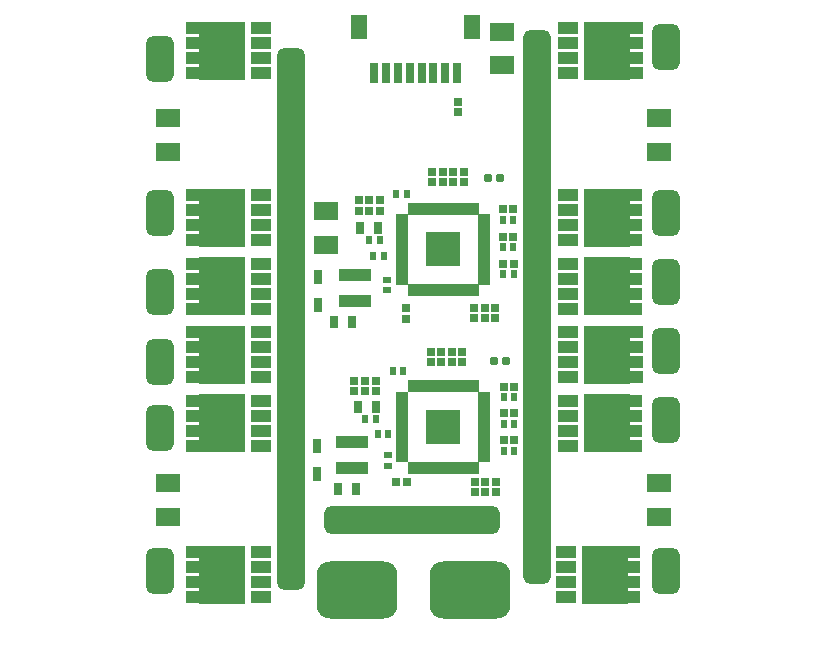
<source format=gbr>
%TF.GenerationSoftware,Altium Limited,Altium Designer,20.2.3 (150)*%
G04 Layer_Color=8388736*
%FSLAX26Y26*%
%MOIN*%
%TF.SameCoordinates,1E0D65CC-F0FE-4DFC-A0D5-6D9DD74121E6*%
%TF.FilePolarity,Negative*%
%TF.FileFunction,Soldermask,Top*%
%TF.Part,Single*%
G01*
G75*
%TA.AperFunction,SMDPad,CuDef*%
%ADD28R,0.106000X0.039000*%
%ADD59R,0.041465X0.019811*%
%ADD60R,0.019811X0.041465*%
%ADD61R,0.114299X0.114299*%
%TA.AperFunction,SMDPad,SMDef*%
G04:AMPARAMS|DCode=62|XSize=25.496mil|YSize=25.496mil|CornerRadius=4.874mil|HoleSize=0mil|Usage=FLASHONLY|Rotation=90.000|XOffset=0mil|YOffset=0mil|HoleType=Round|Shape=RoundedRectangle|*
%AMROUNDEDRECTD62*
21,1,0.025496,0.015748,0,0,90.0*
21,1,0.015748,0.025496,0,0,90.0*
1,1,0.009748,0.007874,0.007874*
1,1,0.009748,0.007874,-0.007874*
1,1,0.009748,-0.007874,-0.007874*
1,1,0.009748,-0.007874,0.007874*
%
%ADD62ROUNDEDRECTD62*%
%TA.AperFunction,SMDPad,CuDef*%
%ADD64R,0.083197X0.061937*%
%ADD66R,0.024000X0.031622*%
%ADD69R,0.031622X0.024000*%
%ADD70R,0.031622X0.029260*%
%ADD71R,0.028000X0.044614*%
%ADD72R,0.029260X0.031622*%
%ADD73R,0.155638X0.193039*%
%ADD74R,0.049339X0.041465*%
%ADD75R,0.065087X0.041465*%
%TA.AperFunction,SMDPad,SMDef*%
G04:AMPARAMS|DCode=76|XSize=92.425mil|YSize=1844.394mil|CornerRadius=21.606mil|HoleSize=0mil|Usage=FLASHONLY|Rotation=0.000|XOffset=0mil|YOffset=0mil|HoleType=Round|Shape=RoundedRectangle|*
%AMROUNDEDRECTD76*
21,1,0.092425,1.801181,0,0,0.0*
21,1,0.049213,1.844394,0,0,0.0*
1,1,0.043213,0.024606,-0.900591*
1,1,0.043213,-0.024606,-0.900591*
1,1,0.043213,-0.024606,0.900591*
1,1,0.043213,0.024606,0.900591*
%
%ADD76ROUNDEDRECTD76*%
G04:AMPARAMS|DCode=78|XSize=92.425mil|YSize=1805.024mil|CornerRadius=21.606mil|HoleSize=0mil|Usage=FLASHONLY|Rotation=0.000|XOffset=0mil|YOffset=0mil|HoleType=Round|Shape=RoundedRectangle|*
%AMROUNDEDRECTD78*
21,1,0.092425,1.761811,0,0,0.0*
21,1,0.049213,1.805024,0,0,0.0*
1,1,0.043213,0.024606,-0.880905*
1,1,0.043213,-0.024606,-0.880905*
1,1,0.043213,-0.024606,0.880905*
1,1,0.043213,0.024606,0.880905*
%
%ADD78ROUNDEDRECTD78*%
G04:AMPARAMS|DCode=82|XSize=92.425mil|YSize=584.551mil|CornerRadius=21.606mil|HoleSize=0mil|Usage=FLASHONLY|Rotation=90.000|XOffset=0mil|YOffset=0mil|HoleType=Round|Shape=RoundedRectangle|*
%AMROUNDEDRECTD82*
21,1,0.092425,0.541339,0,0,90.0*
21,1,0.049213,0.584551,0,0,90.0*
1,1,0.043213,0.270669,0.024606*
1,1,0.043213,0.270669,-0.024606*
1,1,0.043213,-0.270669,-0.024606*
1,1,0.043213,-0.270669,0.024606*
%
%ADD82ROUNDEDRECTD82*%
G04:AMPARAMS|DCode=83|XSize=92.425mil|YSize=151.48mil|CornerRadius=21.606mil|HoleSize=0mil|Usage=FLASHONLY|Rotation=180.000|XOffset=0mil|YOffset=0mil|HoleType=Round|Shape=RoundedRectangle|*
%AMROUNDEDRECTD83*
21,1,0.092425,0.108268,0,0,180.0*
21,1,0.049213,0.151480,0,0,180.0*
1,1,0.043213,-0.024606,0.054134*
1,1,0.043213,0.024606,0.054134*
1,1,0.043213,0.024606,-0.054134*
1,1,0.043213,-0.024606,-0.054134*
%
%ADD83ROUNDEDRECTD83*%
G04:AMPARAMS|DCode=84|XSize=190.85mil|YSize=269.591mil|CornerRadius=46.213mil|HoleSize=0mil|Usage=FLASHONLY|Rotation=90.000|XOffset=0mil|YOffset=0mil|HoleType=Round|Shape=RoundedRectangle|*
%AMROUNDEDRECTD84*
21,1,0.190850,0.177165,0,0,90.0*
21,1,0.098425,0.269591,0,0,90.0*
1,1,0.092425,0.088583,0.049213*
1,1,0.092425,0.088583,-0.049213*
1,1,0.092425,-0.088583,-0.049213*
1,1,0.092425,-0.088583,0.049213*
%
%ADD84ROUNDEDRECTD84*%
%TA.AperFunction,SMDPad,CuDef*%
%ADD85R,0.055244X0.078866*%
%ADD86R,0.031622X0.069024*%
%ADD87R,0.027685X0.049339*%
D28*
X974000Y1326000D02*
D03*
Y1240000D02*
D03*
X965000Y770000D02*
D03*
Y684000D02*
D03*
D59*
X1132173Y1520094D02*
D03*
Y1500409D02*
D03*
Y1480724D02*
D03*
Y1461039D02*
D03*
Y1441354D02*
D03*
Y1421669D02*
D03*
Y1401984D02*
D03*
Y1382299D02*
D03*
Y1362614D02*
D03*
Y1342929D02*
D03*
Y1323244D02*
D03*
Y1303559D02*
D03*
X1403827D02*
D03*
Y1323244D02*
D03*
Y1342929D02*
D03*
Y1362614D02*
D03*
Y1382299D02*
D03*
Y1401984D02*
D03*
Y1421669D02*
D03*
Y1441354D02*
D03*
Y1461039D02*
D03*
Y1480724D02*
D03*
Y1500409D02*
D03*
Y1520094D02*
D03*
X1132173Y928268D02*
D03*
Y908583D02*
D03*
Y888898D02*
D03*
Y869213D02*
D03*
Y849528D02*
D03*
Y829842D02*
D03*
Y810158D02*
D03*
Y790472D02*
D03*
Y770787D02*
D03*
Y751102D02*
D03*
Y731417D02*
D03*
Y711732D02*
D03*
X1403827D02*
D03*
Y731417D02*
D03*
Y751102D02*
D03*
Y770787D02*
D03*
Y790472D02*
D03*
Y810158D02*
D03*
Y829842D02*
D03*
Y849528D02*
D03*
Y869213D02*
D03*
Y888898D02*
D03*
Y908583D02*
D03*
Y928268D02*
D03*
D60*
X1159732Y1276000D02*
D03*
X1179417D02*
D03*
X1199102D02*
D03*
X1218787D02*
D03*
X1238472D02*
D03*
X1258158D02*
D03*
X1277842D02*
D03*
X1297528D02*
D03*
X1317213D02*
D03*
X1336898D02*
D03*
X1356583D02*
D03*
X1376268D02*
D03*
Y1547654D02*
D03*
X1356583D02*
D03*
X1336898D02*
D03*
X1317213D02*
D03*
X1297528D02*
D03*
X1277842D02*
D03*
X1258158D02*
D03*
X1238472D02*
D03*
X1218787D02*
D03*
X1199102D02*
D03*
X1179417D02*
D03*
X1159732D02*
D03*
Y684173D02*
D03*
X1179417D02*
D03*
X1199102D02*
D03*
X1218787D02*
D03*
X1238472D02*
D03*
X1258158D02*
D03*
X1277842D02*
D03*
X1297528D02*
D03*
X1317213D02*
D03*
X1336898D02*
D03*
X1356583D02*
D03*
X1376268D02*
D03*
Y955827D02*
D03*
X1356583D02*
D03*
X1336898D02*
D03*
X1317213D02*
D03*
X1297528D02*
D03*
X1277842D02*
D03*
X1258158D02*
D03*
X1238472D02*
D03*
X1218787D02*
D03*
X1199102D02*
D03*
X1179417D02*
D03*
X1159732D02*
D03*
D61*
X1268000Y1411827D02*
D03*
Y820000D02*
D03*
D62*
X1459275Y1648338D02*
D03*
X1417000Y1649000D02*
D03*
X1439000Y1040000D02*
D03*
X1479000D02*
D03*
D64*
X1987000Y1849945D02*
D03*
Y1738055D02*
D03*
X351000Y1849945D02*
D03*
Y1738055D02*
D03*
Y632945D02*
D03*
Y521055D02*
D03*
X1987000Y632945D02*
D03*
Y521055D02*
D03*
X1464000Y2136945D02*
D03*
Y2025055D02*
D03*
X877000Y1538945D02*
D03*
Y1427055D02*
D03*
D66*
X1021992Y1443000D02*
D03*
X1056008D02*
D03*
X1035992Y1390000D02*
D03*
X1070008D02*
D03*
X1111992Y1596000D02*
D03*
X1146008D02*
D03*
X1502008Y1510000D02*
D03*
X1467992D02*
D03*
X1502008Y1419000D02*
D03*
X1467992D02*
D03*
X1503008Y1329000D02*
D03*
X1468992D02*
D03*
X1008992Y847000D02*
D03*
X1043008D02*
D03*
X1050992Y797000D02*
D03*
X1085008D02*
D03*
X1099992Y1007000D02*
D03*
X1134008D02*
D03*
X1504008Y919000D02*
D03*
X1469992D02*
D03*
X1504008Y830000D02*
D03*
X1469992D02*
D03*
X1504008Y740000D02*
D03*
X1469992D02*
D03*
D69*
X1082000Y1276992D02*
D03*
Y1311008D02*
D03*
X1084000Y690992D02*
D03*
Y725008D02*
D03*
D70*
X1316000Y1868992D02*
D03*
Y1903008D02*
D03*
X1441000Y1183992D02*
D03*
Y1218008D02*
D03*
X1371000Y1218016D02*
D03*
Y1184000D02*
D03*
X986000Y1540984D02*
D03*
Y1575000D02*
D03*
X1058000Y1575008D02*
D03*
Y1540992D02*
D03*
X1302000Y1671000D02*
D03*
Y1636984D02*
D03*
X1232000Y1636992D02*
D03*
Y1671008D02*
D03*
X1337000D02*
D03*
Y1636992D02*
D03*
X1406000Y1218008D02*
D03*
Y1183992D02*
D03*
X1022000Y1575008D02*
D03*
Y1540992D02*
D03*
X1267000Y1636992D02*
D03*
Y1671008D02*
D03*
X1144000Y1180992D02*
D03*
Y1215008D02*
D03*
X1443000Y602992D02*
D03*
Y637008D02*
D03*
X1373000D02*
D03*
Y602992D02*
D03*
X972000Y939992D02*
D03*
Y974008D02*
D03*
X1043000D02*
D03*
Y939992D02*
D03*
X1296000Y1069008D02*
D03*
Y1034992D02*
D03*
X1226000D02*
D03*
Y1069008D02*
D03*
X1331000D02*
D03*
Y1034992D02*
D03*
X1408000Y637008D02*
D03*
Y602992D02*
D03*
X1007000Y974008D02*
D03*
Y939992D02*
D03*
X1261000Y1034992D02*
D03*
Y1069008D02*
D03*
D71*
X1052315Y1484000D02*
D03*
X991685D02*
D03*
X1043315Y888000D02*
D03*
X982685D02*
D03*
X965315Y1171000D02*
D03*
X904685D02*
D03*
X979315Y612000D02*
D03*
X918685D02*
D03*
D72*
X1503008Y1364000D02*
D03*
X1468992D02*
D03*
X1502008Y1454000D02*
D03*
X1467992D02*
D03*
X1502008Y1545000D02*
D03*
X1467992D02*
D03*
X1111992Y636000D02*
D03*
X1146008D02*
D03*
X1504008Y775000D02*
D03*
X1469992D02*
D03*
X1504008Y865000D02*
D03*
X1469992D02*
D03*
X1504008Y954000D02*
D03*
X1469992D02*
D03*
D73*
X530078Y1061000D02*
D03*
Y832000D02*
D03*
X530079Y327000D02*
D03*
X1814921Y1061000D02*
D03*
X530078Y1289000D02*
D03*
Y1517000D02*
D03*
Y2074000D02*
D03*
X1814653Y1289000D02*
D03*
Y1517000D02*
D03*
X1814921Y2074000D02*
D03*
X1806653Y327000D02*
D03*
X1814653Y832000D02*
D03*
D74*
X435590Y986000D02*
D03*
Y1036000D02*
D03*
Y1086000D02*
D03*
Y1136000D02*
D03*
Y757000D02*
D03*
Y807000D02*
D03*
Y857000D02*
D03*
Y907000D02*
D03*
X435591Y252000D02*
D03*
Y302000D02*
D03*
Y352000D02*
D03*
Y402000D02*
D03*
X1909409Y986000D02*
D03*
Y1036000D02*
D03*
Y1086000D02*
D03*
Y1136000D02*
D03*
X435590Y1364000D02*
D03*
Y1314000D02*
D03*
Y1264000D02*
D03*
Y1214000D02*
D03*
Y1592000D02*
D03*
Y1542000D02*
D03*
Y1492000D02*
D03*
Y1442000D02*
D03*
Y2149000D02*
D03*
Y2099000D02*
D03*
Y2049000D02*
D03*
Y1999000D02*
D03*
X1909142Y1214000D02*
D03*
Y1264000D02*
D03*
Y1314000D02*
D03*
Y1364000D02*
D03*
Y1442000D02*
D03*
Y1492000D02*
D03*
Y1542000D02*
D03*
Y1592000D02*
D03*
X1909409Y1999000D02*
D03*
Y2049000D02*
D03*
Y2099000D02*
D03*
Y2149000D02*
D03*
X1901142Y252000D02*
D03*
Y302000D02*
D03*
Y352000D02*
D03*
Y402000D02*
D03*
X1909142Y757000D02*
D03*
Y807000D02*
D03*
Y857000D02*
D03*
Y907000D02*
D03*
D75*
X660000Y1136000D02*
D03*
Y1086000D02*
D03*
Y1036000D02*
D03*
Y986000D02*
D03*
Y907000D02*
D03*
Y857000D02*
D03*
Y807000D02*
D03*
Y757000D02*
D03*
X660000Y402000D02*
D03*
Y352000D02*
D03*
Y302000D02*
D03*
Y252000D02*
D03*
X1685000Y1136000D02*
D03*
Y1086000D02*
D03*
Y1036000D02*
D03*
Y986000D02*
D03*
X660000Y1214000D02*
D03*
Y1264000D02*
D03*
Y1314000D02*
D03*
Y1364000D02*
D03*
Y1442000D02*
D03*
Y1492000D02*
D03*
Y1542000D02*
D03*
Y1592000D02*
D03*
Y1999000D02*
D03*
Y2049000D02*
D03*
Y2099000D02*
D03*
Y2149000D02*
D03*
X1684732Y1364000D02*
D03*
Y1314000D02*
D03*
Y1264000D02*
D03*
Y1214000D02*
D03*
Y1592000D02*
D03*
Y1542000D02*
D03*
Y1492000D02*
D03*
Y1442000D02*
D03*
X1685000Y2149000D02*
D03*
Y2099000D02*
D03*
Y2049000D02*
D03*
Y1999000D02*
D03*
X1676732Y402000D02*
D03*
Y352000D02*
D03*
Y302000D02*
D03*
Y252000D02*
D03*
X1684732Y907000D02*
D03*
Y857000D02*
D03*
Y807000D02*
D03*
Y757000D02*
D03*
D76*
X1580000Y1220472D02*
D03*
D78*
X760000Y1181102D02*
D03*
D82*
X1165000Y511000D02*
D03*
D83*
X325000Y2045000D02*
D03*
Y339000D02*
D03*
Y816000D02*
D03*
Y1037000D02*
D03*
Y1270000D02*
D03*
Y1532000D02*
D03*
X2012000Y2088000D02*
D03*
Y1532000D02*
D03*
Y1304000D02*
D03*
Y339000D02*
D03*
Y843000D02*
D03*
Y1073000D02*
D03*
D84*
X980000Y275000D02*
D03*
X1356000D02*
D03*
D85*
X987598Y2152559D02*
D03*
X1365551D02*
D03*
D86*
X1314370Y2000000D02*
D03*
X1275000D02*
D03*
X1235630D02*
D03*
X1196260D02*
D03*
X1156890D02*
D03*
X1117520D02*
D03*
X1078150D02*
D03*
X1038780D02*
D03*
D87*
X849385Y1320366D02*
D03*
Y1227059D02*
D03*
X847000Y755654D02*
D03*
Y662346D02*
D03*
%TF.MD5,c3f066b0f4b03e1d851ab5e1a6472f6f*%
M02*

</source>
